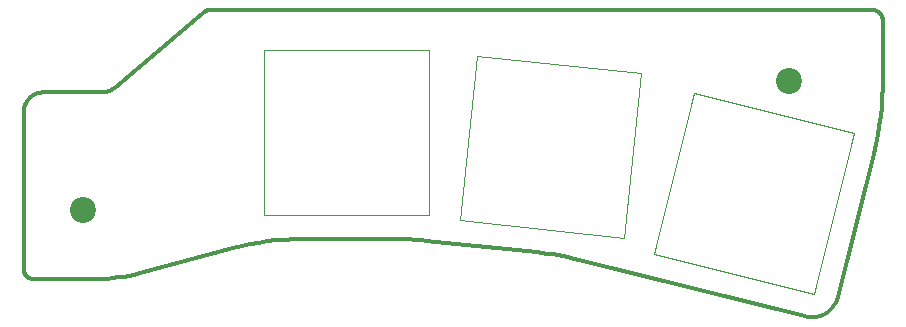
<source format=gbs>
%TF.GenerationSoftware,KiCad,Pcbnew,(6.0.6)*%
%TF.CreationDate,2022-09-19T19:58:40+09:00*%
%TF.ProjectId,split-mini_top__2,73706c69-742d-46d6-996e-695f746f705f,rev?*%
%TF.SameCoordinates,Original*%
%TF.FileFunction,Soldermask,Bot*%
%TF.FilePolarity,Negative*%
%FSLAX46Y46*%
G04 Gerber Fmt 4.6, Leading zero omitted, Abs format (unit mm)*
G04 Created by KiCad (PCBNEW (6.0.6)) date 2022-09-19 19:58:40*
%MOMM*%
%LPD*%
G01*
G04 APERTURE LIST*
%TA.AperFunction,Profile*%
%ADD10C,0.349999*%
%TD*%
%TA.AperFunction,Profile*%
%ADD11C,0.120000*%
%TD*%
%ADD12C,2.200000*%
G04 APERTURE END LIST*
D10*
X63937047Y-78670451D02*
X119203786Y-78670416D01*
X63937047Y-78670451D02*
X63937047Y-78670451D01*
X63890902Y-78671472D02*
X63937047Y-78670451D01*
X63845008Y-78674525D02*
X63890902Y-78671472D01*
X63799426Y-78679586D02*
X63845008Y-78674525D01*
X63754219Y-78686631D02*
X63799426Y-78679586D01*
X63709450Y-78695639D02*
X63754219Y-78686631D01*
X63665180Y-78706587D02*
X63709450Y-78695639D01*
X63621473Y-78719451D02*
X63665180Y-78706587D01*
X63578390Y-78734208D02*
X63621473Y-78719451D01*
X63535994Y-78750835D02*
X63578390Y-78734208D01*
X63494347Y-78769311D02*
X63535994Y-78750835D01*
X63453511Y-78789611D02*
X63494347Y-78769311D01*
X63413550Y-78811713D02*
X63453511Y-78789611D01*
X63374525Y-78835594D02*
X63413550Y-78811713D01*
X63336499Y-78861231D02*
X63374525Y-78835594D01*
X63299534Y-78888601D02*
X63336499Y-78861231D01*
X63263692Y-78917681D02*
X63299534Y-78888601D01*
X63263692Y-78917681D02*
X63263692Y-78917681D01*
X55818738Y-85237547D02*
X63263692Y-78917681D01*
X55818738Y-85237547D02*
X55818738Y-85237547D01*
X55755982Y-85288465D02*
X55818738Y-85237547D01*
X55691258Y-85336388D02*
X55755982Y-85288465D01*
X55624677Y-85381276D02*
X55691258Y-85336388D01*
X55556348Y-85423090D02*
X55624677Y-85381276D01*
X55486380Y-85461788D02*
X55556348Y-85423090D01*
X55414881Y-85497331D02*
X55486380Y-85461788D01*
X55341962Y-85529679D02*
X55414881Y-85497331D01*
X55267731Y-85558792D02*
X55341962Y-85529679D01*
X55192297Y-85584630D02*
X55267731Y-85558792D01*
X55115771Y-85607152D02*
X55192297Y-85584630D01*
X55038260Y-85626319D02*
X55115771Y-85607152D01*
X54959874Y-85642090D02*
X55038260Y-85626319D01*
X54880723Y-85654425D02*
X54959874Y-85642090D01*
X54800915Y-85663285D02*
X54880723Y-85654425D01*
X54720561Y-85668628D02*
X54800915Y-85663285D01*
X54639768Y-85670416D02*
X54720561Y-85668628D01*
X54639768Y-85670416D02*
X54639768Y-85670416D01*
X49728810Y-85670450D02*
X54639768Y-85670416D01*
X49728810Y-85670450D02*
X49728810Y-85670450D01*
X49641780Y-85672654D02*
X49728810Y-85670450D01*
X49555893Y-85679188D02*
X49641780Y-85672654D01*
X49471254Y-85689946D02*
X49555893Y-85679188D01*
X49387971Y-85704822D02*
X49471254Y-85689946D01*
X49306149Y-85723709D02*
X49387971Y-85704822D01*
X49225895Y-85746501D02*
X49306149Y-85723709D01*
X49147314Y-85773092D02*
X49225895Y-85746501D01*
X49070514Y-85803376D02*
X49147314Y-85773092D01*
X48995600Y-85837246D02*
X49070514Y-85803376D01*
X48922679Y-85874596D02*
X48995600Y-85837246D01*
X48851856Y-85915320D02*
X48922679Y-85874596D01*
X48783239Y-85959311D02*
X48851856Y-85915320D01*
X48716933Y-86006464D02*
X48783239Y-85959311D01*
X48653045Y-86056672D02*
X48716933Y-86006464D01*
X48591681Y-86109829D02*
X48653045Y-86056672D01*
X48532948Y-86165828D02*
X48591681Y-86109829D01*
X48476950Y-86224563D02*
X48532948Y-86165828D01*
X48423795Y-86285928D02*
X48476950Y-86224563D01*
X48373590Y-86349817D02*
X48423795Y-86285928D01*
X48326439Y-86416124D02*
X48373590Y-86349817D01*
X48282450Y-86484741D02*
X48326439Y-86416124D01*
X48241729Y-86555564D02*
X48282450Y-86484741D01*
X48204381Y-86628485D02*
X48241729Y-86555564D01*
X48170514Y-86703399D02*
X48204381Y-86628485D01*
X48140234Y-86780198D02*
X48170514Y-86703399D01*
X48113646Y-86858778D02*
X48140234Y-86780198D01*
X48090857Y-86939031D02*
X48113646Y-86858778D01*
X48071974Y-87020851D02*
X48090857Y-86939031D01*
X48057102Y-87104133D02*
X48071974Y-87020851D01*
X48046348Y-87188769D02*
X48057102Y-87104133D01*
X48039818Y-87274654D02*
X48046348Y-87188769D01*
X48037618Y-87361681D02*
X48039818Y-87274654D01*
X48037618Y-87361681D02*
X48037618Y-87361681D01*
X48037618Y-99830292D02*
X48037618Y-87361681D01*
X119810849Y-78670451D02*
X119203786Y-78670416D01*
X119810849Y-78670451D02*
X119810849Y-78670451D01*
X119861055Y-78671722D02*
X119810849Y-78670451D01*
X119910602Y-78675491D02*
X119861055Y-78671722D01*
X119959428Y-78681697D02*
X119910602Y-78675491D01*
X120007473Y-78690279D02*
X119959428Y-78681697D01*
X120054674Y-78701174D02*
X120007473Y-78690279D01*
X120100971Y-78714322D02*
X120054674Y-78701174D01*
X120146303Y-78729662D02*
X120100971Y-78714322D01*
X120190608Y-78747132D02*
X120146303Y-78729662D01*
X120233824Y-78766671D02*
X120190608Y-78747132D01*
X120275891Y-78788217D02*
X120233824Y-78766671D01*
X120316747Y-78811710D02*
X120275891Y-78788217D01*
X120356331Y-78837087D02*
X120316747Y-78811710D01*
X120394582Y-78864289D02*
X120356331Y-78837087D01*
X120431438Y-78893252D02*
X120394582Y-78864289D01*
X120466838Y-78923917D02*
X120431438Y-78893252D01*
X120500721Y-78956222D02*
X120466838Y-78923917D01*
X120533025Y-78990105D02*
X120500721Y-78956222D01*
X120563689Y-79025505D02*
X120533025Y-78990105D01*
X120592652Y-79062360D02*
X120563689Y-79025505D01*
X120619853Y-79100611D02*
X120592652Y-79062360D01*
X120645230Y-79140195D02*
X120619853Y-79100611D01*
X120668721Y-79181050D02*
X120645230Y-79140195D01*
X120690267Y-79223116D02*
X120668721Y-79181050D01*
X120709804Y-79266332D02*
X120690267Y-79223116D01*
X120727273Y-79310635D02*
X120709804Y-79266332D01*
X120742611Y-79355966D02*
X120727273Y-79310635D01*
X120755758Y-79402261D02*
X120742611Y-79355966D01*
X120766652Y-79449461D02*
X120755758Y-79402261D01*
X120775232Y-79497503D02*
X120766652Y-79449461D01*
X120781436Y-79546328D02*
X120775232Y-79497503D01*
X120785204Y-79595872D02*
X120781436Y-79546328D01*
X120786473Y-79646075D02*
X120785204Y-79595872D01*
X120786473Y-79646075D02*
X120786473Y-79646075D01*
X120786473Y-84494249D02*
X120786473Y-79646075D01*
X120786473Y-84494249D02*
X120786473Y-84494249D01*
X120774186Y-85298117D02*
X120786473Y-84494249D01*
X120737370Y-86100671D02*
X120774186Y-85298117D01*
X120676094Y-86901352D02*
X120737370Y-86100671D01*
X120590426Y-87699605D02*
X120676094Y-86901352D01*
X120480435Y-88494871D02*
X120590426Y-87699605D01*
X120346188Y-89286593D02*
X120480435Y-88494871D01*
X120187753Y-90074213D02*
X120346188Y-89286593D01*
X120005200Y-90857175D02*
X120187753Y-90074213D01*
X120005200Y-90857175D02*
X120005200Y-90857175D01*
X116980863Y-102987137D02*
X120005200Y-90857175D01*
X116980863Y-102987137D02*
X116980863Y-102987137D01*
X116949745Y-103099730D02*
X116980863Y-102987137D01*
X116913361Y-103209430D02*
X116949745Y-103099730D01*
X116871882Y-103316132D02*
X116913361Y-103209430D01*
X116825483Y-103419734D02*
X116871882Y-103316132D01*
X116774335Y-103520130D02*
X116825483Y-103419734D01*
X116718611Y-103617219D02*
X116774335Y-103520130D01*
X116658485Y-103710895D02*
X116718611Y-103617219D01*
X116594128Y-103801054D02*
X116658485Y-103710895D01*
X116525715Y-103887594D02*
X116594128Y-103801054D01*
X116453418Y-103970409D02*
X116525715Y-103887594D01*
X116377409Y-104049397D02*
X116453418Y-103970409D01*
X116297862Y-104124453D02*
X116377409Y-104049397D01*
X116214949Y-104195474D02*
X116297862Y-104124453D01*
X116128843Y-104262355D02*
X116214949Y-104195474D01*
X116039717Y-104324993D02*
X116128843Y-104262355D01*
X115947744Y-104383284D02*
X116039717Y-104324993D01*
X115853097Y-104437124D02*
X115947744Y-104383284D01*
X115755948Y-104486410D02*
X115853097Y-104437124D01*
X115656471Y-104531036D02*
X115755948Y-104486410D01*
X115554838Y-104570901D02*
X115656471Y-104531036D01*
X115451222Y-104605899D02*
X115554838Y-104570901D01*
X115345795Y-104635926D02*
X115451222Y-104605899D01*
X115238732Y-104660880D02*
X115345795Y-104635926D01*
X115130204Y-104680656D02*
X115238732Y-104660880D01*
X115020384Y-104695151D02*
X115130204Y-104680656D01*
X114909446Y-104704259D02*
X115020384Y-104695151D01*
X114797562Y-104707879D02*
X114909446Y-104704259D01*
X114684904Y-104705905D02*
X114797562Y-104707879D01*
X114571647Y-104698234D02*
X114684904Y-104705905D01*
X114457961Y-104684762D02*
X114571647Y-104698234D01*
X114344022Y-104665385D02*
X114457961Y-104684762D01*
X114230000Y-104640000D02*
X114344022Y-104665385D01*
X114230000Y-104640000D02*
X114230000Y-104640000D01*
X95046544Y-99857041D02*
X114230000Y-104640000D01*
X95046544Y-99857041D02*
X95046544Y-99857041D01*
X94603596Y-99750697D02*
X95046544Y-99857041D01*
X94158958Y-99652123D02*
X94603596Y-99750697D01*
X93712735Y-99561338D02*
X94158958Y-99652123D01*
X93265029Y-99478360D02*
X93712735Y-99561338D01*
X92815943Y-99403207D02*
X93265029Y-99478360D01*
X92365581Y-99335896D02*
X92815943Y-99403207D01*
X91914045Y-99276447D02*
X92365581Y-99335896D01*
X91461438Y-99224877D02*
X91914045Y-99276447D01*
X91461438Y-99224877D02*
X91461438Y-99224877D01*
X82114419Y-98242447D02*
X91461438Y-99224877D01*
X82114419Y-98242447D02*
X82114419Y-98242447D01*
X81764680Y-98208004D02*
X82114419Y-98242447D01*
X81414568Y-98178145D02*
X81764680Y-98208004D01*
X81064127Y-98152874D02*
X81414568Y-98178145D01*
X80713400Y-98132192D02*
X81064127Y-98152874D01*
X80362433Y-98116103D02*
X80713400Y-98132192D01*
X80011269Y-98104609D02*
X80362433Y-98116103D01*
X79659953Y-98097712D02*
X80011269Y-98104609D01*
X79308530Y-98095414D02*
X79659953Y-98097712D01*
X79308530Y-98095414D02*
X79308530Y-98095414D01*
X71626344Y-98095437D02*
X79308530Y-98095414D01*
X71626344Y-98095437D02*
X71626344Y-98095437D01*
X70885313Y-98107584D02*
X71626344Y-98095437D01*
X70145676Y-98143985D02*
X70885313Y-98107584D01*
X69408024Y-98204561D02*
X70145676Y-98143985D01*
X68672947Y-98289236D02*
X69408024Y-98204561D01*
X67941037Y-98397930D02*
X68672947Y-98289236D01*
X67212884Y-98530567D02*
X67941037Y-98397930D01*
X66489079Y-98687068D02*
X67212884Y-98530567D01*
X65770211Y-98867356D02*
X66489079Y-98687068D01*
X65770211Y-98867356D02*
X65770211Y-98867356D01*
X57863942Y-100988648D02*
X65770211Y-98867356D01*
X57863942Y-100988648D02*
X57863942Y-100988648D01*
X57415266Y-101101170D02*
X57863942Y-100988648D01*
X56963507Y-101198846D02*
X57415266Y-101101170D01*
X56509033Y-101281627D02*
X56963507Y-101198846D01*
X56052216Y-101349465D02*
X56509033Y-101281627D01*
X55593422Y-101402311D02*
X56052216Y-101349465D01*
X55133021Y-101440117D02*
X55593422Y-101402311D01*
X54671382Y-101462834D02*
X55133021Y-101440117D01*
X54208875Y-101470414D02*
X54671382Y-101462834D01*
X54208875Y-101470414D02*
X54208875Y-101470414D01*
X48850476Y-101470444D02*
X54208875Y-101470414D01*
X48850476Y-101470444D02*
X48850476Y-101470444D01*
X48810169Y-101469447D02*
X48850476Y-101470444D01*
X48770135Y-101466470D02*
X48810169Y-101469447D01*
X48730442Y-101461540D02*
X48770135Y-101466470D01*
X48691155Y-101454687D02*
X48730442Y-101461540D01*
X48652342Y-101445936D02*
X48691155Y-101454687D01*
X48614070Y-101435317D02*
X48652342Y-101445936D01*
X48576403Y-101422856D02*
X48614070Y-101435317D01*
X48539411Y-101408580D02*
X48576403Y-101422856D01*
X48503158Y-101392519D02*
X48539411Y-101408580D01*
X48467711Y-101374698D02*
X48503158Y-101392519D01*
X48433138Y-101355146D02*
X48467711Y-101374698D01*
X48399505Y-101333891D02*
X48433138Y-101355146D01*
X48366878Y-101310959D02*
X48399505Y-101333891D01*
X48335323Y-101286379D02*
X48366878Y-101310959D01*
X48304909Y-101260178D02*
X48335323Y-101286379D01*
X48275701Y-101232384D02*
X48304909Y-101260178D01*
X48275701Y-101232384D02*
X48275701Y-101232384D01*
X48247905Y-101203177D02*
X48275701Y-101232384D01*
X48221703Y-101172764D02*
X48247905Y-101203177D01*
X48197121Y-101141211D02*
X48221703Y-101172764D01*
X48174188Y-101108584D02*
X48197121Y-101141211D01*
X48152931Y-101074951D02*
X48174188Y-101108584D01*
X48133378Y-101040378D02*
X48152931Y-101074951D01*
X48115556Y-101004931D02*
X48133378Y-101040378D01*
X48099493Y-100968677D02*
X48115556Y-101004931D01*
X48085216Y-100931683D02*
X48099493Y-100968677D01*
X48072754Y-100894015D02*
X48085216Y-100931683D01*
X48062133Y-100855740D02*
X48072754Y-100894015D01*
X48053381Y-100816924D02*
X48062133Y-100855740D01*
X48046526Y-100777634D02*
X48053381Y-100816924D01*
X48041595Y-100737937D02*
X48046526Y-100777634D01*
X48038617Y-100697898D02*
X48041595Y-100737937D01*
X48037618Y-100657586D02*
X48038617Y-100697898D01*
X48037618Y-100657586D02*
X48037618Y-100657586D01*
X48037618Y-99830292D02*
X48037618Y-100657586D01*
D11*
%TO.C,SW16*%
X68370000Y-82080000D02*
X68370000Y-96080000D01*
X68370000Y-96080000D02*
X82370000Y-96080000D01*
X82370000Y-82080000D02*
X68370000Y-82080000D01*
X82370000Y-96080000D02*
X82370000Y-82080000D01*
%TO.C,SW18*%
X101383577Y-99337617D02*
X114967717Y-102724523D01*
X104770483Y-85753477D02*
X101383577Y-99337617D01*
X118354623Y-89140383D02*
X104770483Y-85753477D01*
X114967717Y-102724523D02*
X118354623Y-89140383D01*
%TO.C,SW17*%
X100346253Y-84056746D02*
X86422946Y-82593347D01*
X86422946Y-82593347D02*
X84959547Y-96516654D01*
X84959547Y-96516654D02*
X98882854Y-97980053D01*
X98882854Y-97980053D02*
X100346253Y-84056746D01*
%TD*%
D12*
%TO.C,HOLE5*%
X112800000Y-84690000D03*
%TD*%
%TO.C,HOLE4*%
X53040000Y-95600000D03*
%TD*%
M02*

</source>
